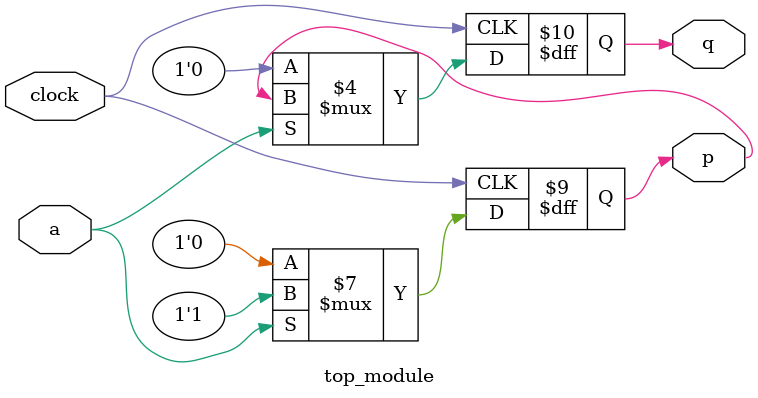
<source format=sv>
module top_module (
	input wire clock,
	input wire a, 
	output reg p,
	output reg q
);

always @(posedge clock) begin
	if (a == 1'b0) begin
		p <= 1'b0;
		q <= 1'b0;
	end else begin
		p <= 1'b1; // fix: set p to 1 when a is high
		q <= p;
	end
end

endmodule

</source>
